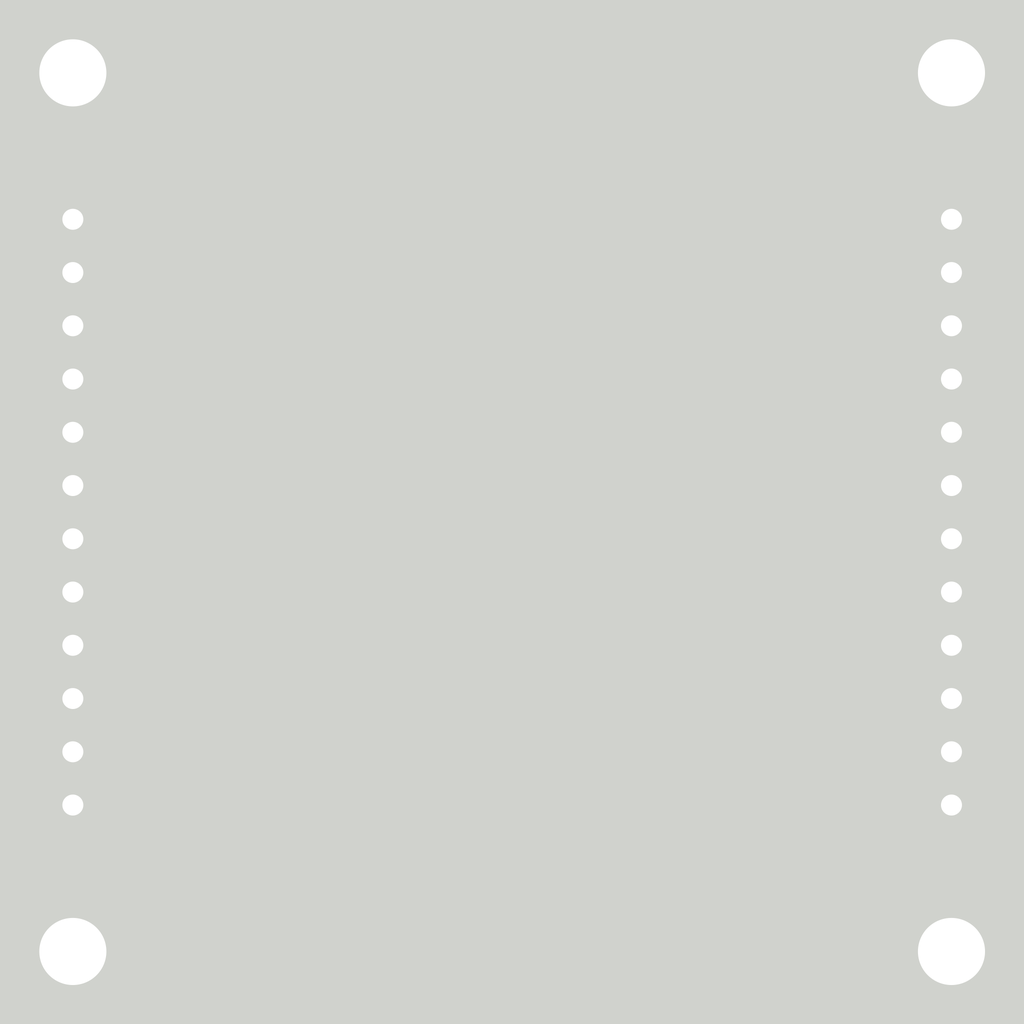
<source format=kicad_pcb>
(kicad_pcb (version 4) (host pcbnew 4.0.7+dfsg1-1~bpo9+1)

  (general
    (links 11)
    (no_connects 0)
    (area 0 0 0 0)
    (thickness 1.6)
    (drawings 1)
    (tracks 17)
    (zones 0)
    (modules 6)
    (nets 12)
  )

  (page A4)
  (layers
    (0 F.Cu signal)
    (31 B.Cu signal)
    (32 B.Adhes user)
    (33 F.Adhes user)
    (34 B.Paste user)
    (35 F.Paste user)
    (36 B.SilkS user)
    (37 F.SilkS user)
    (38 B.Mask user)
    (39 F.Mask user)
    (40 Dwgs.User user)
    (41 Cmts.User user)
    (42 Eco1.User user)
    (43 Eco2.User user)
    (44 Edge.Cuts user hide)
    (45 Margin user)
    (46 B.CrtYd user)
    (47 F.CrtYd user)
    (48 B.Fab user)
    (49 F.Fab user)
  )

  (setup
    (last_trace_width 0.25)
    (user_trace_width 0.5)
    (trace_clearance 0.2)
    (zone_clearance 0.508)
    (zone_45_only no)
    (trace_min 0.2)
    (segment_width 0.2)
    (edge_width 0.1)
    (via_size 0.6)
    (via_drill 0.4)
    (via_min_size 0.4)
    (via_min_drill 0.3)
    (uvia_size 0.3)
    (uvia_drill 0.1)
    (uvias_allowed no)
    (uvia_min_size 0.2)
    (uvia_min_drill 0.1)
    (pcb_text_width 0.3)
    (pcb_text_size 1.5 1.5)
    (mod_edge_width 0.15)
    (mod_text_size 1 1)
    (mod_text_width 0.15)
    (pad_size 1.5 1.5)
    (pad_drill 0.6)
    (pad_to_mask_clearance 0)
    (aux_axis_origin 0 0)
    (visible_elements FFFFFF7F)
    (pcbplotparams
      (layerselection 0x00030_80000001)
      (usegerberextensions false)
      (excludeedgelayer true)
      (linewidth 0.100000)
      (plotframeref false)
      (viasonmask false)
      (mode 1)
      (useauxorigin false)
      (hpglpennumber 1)
      (hpglpenspeed 20)
      (hpglpendiameter 15)
      (hpglpenoverlay 2)
      (psnegative false)
      (psa4output false)
      (plotreference true)
      (plotvalue true)
      (plotinvisibletext false)
      (padsonsilk false)
      (subtractmaskfromsilk false)
      (outputformat 1)
      (mirror false)
      (drillshape 1)
      (scaleselection 1)
      (outputdirectory ""))
  )

  (net 0 "")
  (net 1 /VIN)
  (net 2 /VCC)
  (net 3 /L0)
  (net 4 /L1)
  (net 5 /L2)
  (net 6 /L3)
  (net 7 /L4)
  (net 8 /L5)
  (net 9 /L6)
  (net 10 /L7)
  (net 11 /GND)

  (net_class Default "This is the default net class."
    (clearance 0.2)
    (trace_width 0.25)
    (via_dia 0.6)
    (via_drill 0.4)
    (uvia_dia 0.3)
    (uvia_drill 0.1)
    (add_net /GND)
    (add_net /L0)
    (add_net /L1)
    (add_net /L2)
    (add_net /L3)
    (add_net /L4)
    (add_net /L5)
    (add_net /L6)
    (add_net /L7)
    (add_net /VCC)
    (add_net /VIN)
  )

  (module Mounting_Holes:MountingHole_3.2mm_M3 (layer F.Cu) (tedit 5AC4CC02) (tstamp 5ACA4CBC)
    (at 128.27 86.36)
    (descr "Mounting Hole 3.2mm, no annular, M3")
    (tags "mounting hole 3.2mm no annular m3")
    (fp_text reference M3 (at 0 2.54) (layer F.Fab)
      (effects (font (size 1 1) (thickness 0.15)))
    )
    (fp_text value "" (at 0 4.2) (layer F.Fab) hide
      (effects (font (size 1 1) (thickness 0.15)))
    )
    (fp_circle (center 0 0) (end 3.2 0) (layer Cmts.User) (width 0.15))
    (fp_circle (center 0 0) (end 3.45 0) (layer F.CrtYd) (width 0.05))
    (pad 1 np_thru_hole circle (at 0 0) (size 3.2 3.2) (drill 3.2) (layers *.Cu *.Mask))
  )

  (module Mounting_Holes:MountingHole_3.2mm_M3 (layer F.Cu) (tedit 5AC4CC05) (tstamp 5ACA4CC9)
    (at 170.18 86.36)
    (descr "Mounting Hole 3.2mm, no annular, M3")
    (tags "mounting hole 3.2mm no annular m3")
    (fp_text reference M3 (at 0 2.54) (layer F.Fab)
      (effects (font (size 1 1) (thickness 0.15)))
    )
    (fp_text value "" (at 0 4.2) (layer F.Fab) hide
      (effects (font (size 1 1) (thickness 0.15)))
    )
    (fp_circle (center 0 0) (end 3.2 0) (layer Cmts.User) (width 0.15))
    (fp_circle (center 0 0) (end 3.45 0) (layer F.CrtYd) (width 0.05))
    (pad 1 np_thru_hole circle (at 0 0) (size 3.2 3.2) (drill 3.2) (layers *.Cu *.Mask))
  )

  (module Mounting_Holes:MountingHole_3.2mm_M3 (layer F.Cu) (tedit 5AC4CC09) (tstamp 5ACA4CD6)
    (at 170.18 128.27)
    (descr "Mounting Hole 3.2mm, no annular, M3")
    (tags "mounting hole 3.2mm no annular m3")
    (fp_text reference "" (at 0 -4.2) (layer F.SilkS) hide
      (effects (font (size 1 1) (thickness 0.15)))
    )
    (fp_text value M3 (at 0 -2.54) (layer F.Fab)
      (effects (font (size 1 1) (thickness 0.15)))
    )
    (fp_circle (center 0 0) (end 3.2 0) (layer Cmts.User) (width 0.15))
    (fp_circle (center 0 0) (end 3.45 0) (layer F.CrtYd) (width 0.05))
    (pad 1 np_thru_hole circle (at 0 0) (size 3.2 3.2) (drill 3.2) (layers *.Cu *.Mask))
  )

  (module Mounting_Holes:MountingHole_3.2mm_M3 (layer F.Cu) (tedit 5AC4CC0E) (tstamp 5ACA4CE3)
    (at 128.27 128.27)
    (descr "Mounting Hole 3.2mm, no annular, M3")
    (tags "mounting hole 3.2mm no annular m3")
    (fp_text reference "" (at 0 -4.2) (layer F.SilkS) hide
      (effects (font (size 1 1) (thickness 0.15)))
    )
    (fp_text value M3 (at 0 -2.54) (layer F.Fab)
      (effects (font (size 1 1) (thickness 0.15)))
    )
    (fp_circle (center 0 0) (end 3.2 0) (layer Cmts.User) (width 0.15))
    (fp_circle (center 0 0) (end 3.45 0) (layer F.CrtYd) (width 0.05))
    (pad 1 np_thru_hole circle (at 0 0) (size 3.2 3.2) (drill 3.2) (layers *.Cu *.Mask))
  )

  (module Pin_Headers:Pin_Header_Straight_1x12_Pitch2.54mm (layer F.Cu) (tedit 59650532) (tstamp 5AC3D654)
    (at 128.27 93.345)
    (descr "Through hole straight pin header, 1x12, 2.54mm pitch, single row")
    (tags "Through hole pin header THT 1x12 2.54mm single row")
    (path /5AC3D559)
    (fp_text reference I1 (at 0 -2.33) (layer F.SilkS)
      (effects (font (size 1 1) (thickness 0.15)))
    )
    (fp_text value Input (at 0 30.27) (layer F.Fab)
      (effects (font (size 1 1) (thickness 0.15)))
    )
    (fp_line (start -0.635 -1.27) (end 1.27 -1.27) (layer F.Fab) (width 0.1))
    (fp_line (start 1.27 -1.27) (end 1.27 29.21) (layer F.Fab) (width 0.1))
    (fp_line (start 1.27 29.21) (end -1.27 29.21) (layer F.Fab) (width 0.1))
    (fp_line (start -1.27 29.21) (end -1.27 -0.635) (layer F.Fab) (width 0.1))
    (fp_line (start -1.27 -0.635) (end -0.635 -1.27) (layer F.Fab) (width 0.1))
    (fp_line (start -1.33 29.27) (end 1.33 29.27) (layer F.SilkS) (width 0.12))
    (fp_line (start -1.33 1.27) (end -1.33 29.27) (layer F.SilkS) (width 0.12))
    (fp_line (start 1.33 1.27) (end 1.33 29.27) (layer F.SilkS) (width 0.12))
    (fp_line (start -1.33 1.27) (end 1.33 1.27) (layer F.SilkS) (width 0.12))
    (fp_line (start -1.33 0) (end -1.33 -1.33) (layer F.SilkS) (width 0.12))
    (fp_line (start -1.33 -1.33) (end 0 -1.33) (layer F.SilkS) (width 0.12))
    (fp_line (start -1.8 -1.8) (end -1.8 29.75) (layer F.CrtYd) (width 0.05))
    (fp_line (start -1.8 29.75) (end 1.8 29.75) (layer F.CrtYd) (width 0.05))
    (fp_line (start 1.8 29.75) (end 1.8 -1.8) (layer F.CrtYd) (width 0.05))
    (fp_line (start 1.8 -1.8) (end -1.8 -1.8) (layer F.CrtYd) (width 0.05))
    (fp_text user %R (at 0 13.97 90) (layer F.Fab)
      (effects (font (size 1 1) (thickness 0.15)))
    )
    (pad 1 thru_hole rect (at 0 0) (size 1.7 1.7) (drill 1) (layers *.Cu *.Mask)
      (net 1 /VIN))
    (pad 2 thru_hole oval (at 0 2.54) (size 1.7 1.7) (drill 1) (layers *.Cu *.Mask)
      (net 2 /VCC))
    (pad 3 thru_hole oval (at 0 5.08) (size 1.7 1.7) (drill 1) (layers *.Cu *.Mask)
      (net 11 /GND))
    (pad 4 thru_hole oval (at 0 7.62) (size 1.7 1.7) (drill 1) (layers *.Cu *.Mask))
    (pad 5 thru_hole oval (at 0 10.16) (size 1.7 1.7) (drill 1) (layers *.Cu *.Mask)
      (net 3 /L0))
    (pad 6 thru_hole oval (at 0 12.7) (size 1.7 1.7) (drill 1) (layers *.Cu *.Mask)
      (net 4 /L1))
    (pad 7 thru_hole oval (at 0 15.24) (size 1.7 1.7) (drill 1) (layers *.Cu *.Mask)
      (net 5 /L2))
    (pad 8 thru_hole oval (at 0 17.78) (size 1.7 1.7) (drill 1) (layers *.Cu *.Mask)
      (net 6 /L3))
    (pad 9 thru_hole oval (at 0 20.32) (size 1.7 1.7) (drill 1) (layers *.Cu *.Mask)
      (net 7 /L4))
    (pad 10 thru_hole oval (at 0 22.86) (size 1.7 1.7) (drill 1) (layers *.Cu *.Mask)
      (net 8 /L5))
    (pad 11 thru_hole oval (at 0 25.4) (size 1.7 1.7) (drill 1) (layers *.Cu *.Mask)
      (net 9 /L6))
    (pad 12 thru_hole oval (at 0 27.94) (size 1.7 1.7) (drill 1) (layers *.Cu *.Mask)
      (net 10 /L7))
    (model ${KISYS3DMOD}/Pin_Headers.3dshapes/Pin_Header_Straight_1x12_Pitch2.54mm.wrl
      (at (xyz 0 0 0))
      (scale (xyz 1 1 1))
      (rotate (xyz 0 0 0))
    )
  )

  (module Socket_Strips:Socket_Strip_Straight_1x12_Pitch2.54mm (layer F.Cu) (tedit 58CD5446) (tstamp 5AC3D673)
    (at 170.18 93.345)
    (descr "Through hole straight socket strip, 1x12, 2.54mm pitch, single row")
    (tags "Through hole socket strip THT 1x12 2.54mm single row")
    (path /5AC3D61D)
    (fp_text reference O1 (at 0 -2.33) (layer F.SilkS)
      (effects (font (size 1 1) (thickness 0.15)))
    )
    (fp_text value Output (at 0 30.27) (layer F.Fab)
      (effects (font (size 1 1) (thickness 0.15)))
    )
    (fp_line (start -1.27 -1.27) (end -1.27 29.21) (layer F.Fab) (width 0.1))
    (fp_line (start -1.27 29.21) (end 1.27 29.21) (layer F.Fab) (width 0.1))
    (fp_line (start 1.27 29.21) (end 1.27 -1.27) (layer F.Fab) (width 0.1))
    (fp_line (start 1.27 -1.27) (end -1.27 -1.27) (layer F.Fab) (width 0.1))
    (fp_line (start -1.33 1.27) (end -1.33 29.27) (layer F.SilkS) (width 0.12))
    (fp_line (start -1.33 29.27) (end 1.33 29.27) (layer F.SilkS) (width 0.12))
    (fp_line (start 1.33 29.27) (end 1.33 1.27) (layer F.SilkS) (width 0.12))
    (fp_line (start 1.33 1.27) (end -1.33 1.27) (layer F.SilkS) (width 0.12))
    (fp_line (start -1.33 0) (end -1.33 -1.33) (layer F.SilkS) (width 0.12))
    (fp_line (start -1.33 -1.33) (end 0 -1.33) (layer F.SilkS) (width 0.12))
    (fp_line (start -1.8 -1.8) (end -1.8 29.75) (layer F.CrtYd) (width 0.05))
    (fp_line (start -1.8 29.75) (end 1.8 29.75) (layer F.CrtYd) (width 0.05))
    (fp_line (start 1.8 29.75) (end 1.8 -1.8) (layer F.CrtYd) (width 0.05))
    (fp_line (start 1.8 -1.8) (end -1.8 -1.8) (layer F.CrtYd) (width 0.05))
    (fp_text user %R (at 0 -2.33) (layer F.Fab)
      (effects (font (size 1 1) (thickness 0.15)))
    )
    (pad 1 thru_hole rect (at 0 0) (size 1.7 1.7) (drill 1) (layers *.Cu *.Mask)
      (net 1 /VIN))
    (pad 2 thru_hole oval (at 0 2.54) (size 1.7 1.7) (drill 1) (layers *.Cu *.Mask)
      (net 2 /VCC))
    (pad 3 thru_hole oval (at 0 5.08) (size 1.7 1.7) (drill 1) (layers *.Cu *.Mask)
      (net 11 /GND))
    (pad 4 thru_hole oval (at 0 7.62) (size 1.7 1.7) (drill 1) (layers *.Cu *.Mask))
    (pad 5 thru_hole oval (at 0 10.16) (size 1.7 1.7) (drill 1) (layers *.Cu *.Mask)
      (net 3 /L0))
    (pad 6 thru_hole oval (at 0 12.7) (size 1.7 1.7) (drill 1) (layers *.Cu *.Mask)
      (net 4 /L1))
    (pad 7 thru_hole oval (at 0 15.24) (size 1.7 1.7) (drill 1) (layers *.Cu *.Mask)
      (net 5 /L2))
    (pad 8 thru_hole oval (at 0 17.78) (size 1.7 1.7) (drill 1) (layers *.Cu *.Mask)
      (net 6 /L3))
    (pad 9 thru_hole oval (at 0 20.32) (size 1.7 1.7) (drill 1) (layers *.Cu *.Mask)
      (net 7 /L4))
    (pad 10 thru_hole oval (at 0 22.86) (size 1.7 1.7) (drill 1) (layers *.Cu *.Mask)
      (net 8 /L5))
    (pad 11 thru_hole oval (at 0 25.4) (size 1.7 1.7) (drill 1) (layers *.Cu *.Mask)
      (net 9 /L6))
    (pad 12 thru_hole oval (at 0 27.94) (size 1.7 1.7) (drill 1) (layers *.Cu *.Mask)
      (net 10 /L7))
    (model ${KISYS3DMOD}/Socket_Strips.3dshapes/Socket_Strip_Straight_1x12_Pitch2.54mm.wrl
      (at (xyz 0 -0.55 0))
      (scale (xyz 1 1 1))
      (rotate (xyz 0 0 270))
    )
  )

  (gr_text "Module Name V1.0\nhttp://nickthecoder.co.uk" (at 133.35 127.635) (layer F.SilkS)
    (effects (font (size 1.5 1.5) (thickness 0.3)) (justify left))
  )

  (segment (start 161.29 84.455) (end 137.795 84.455) (width 0.5) (layer F.Cu) (net 1) (tstamp 5AC3D7BE))
  (segment (start 128.27 93.345) (end 128.905 93.345) (width 0.5) (layer F.Cu) (net 1))
  (segment (start 128.905 93.345) (end 137.795 84.455) (width 0.5) (layer F.Cu) (net 1) (tstamp 5AC3D7C0))
  (segment (start 170.18 93.345) (end 161.29 84.455) (width 0.5) (layer F.Cu) (net 1))
  (segment (start 139.7 85.725) (end 158.115 85.725) (width 0.5) (layer F.Cu) (net 2) (tstamp 5AC3D7B7))
  (segment (start 128.27 95.885) (end 129.54 95.885) (width 0.5) (layer F.Cu) (net 2))
  (segment (start 168.275 95.885) (end 170.18 95.885) (width 0.5) (layer F.Cu) (net 2) (tstamp 5AC3D7B9))
  (segment (start 158.115 85.725) (end 168.275 95.885) (width 0.5) (layer F.Cu) (net 2) (tstamp 5AC3D7B8))
  (segment (start 129.54 95.885) (end 139.7 85.725) (width 0.5) (layer F.Cu) (net 2) (tstamp 5AC3D7B6))
  (segment (start 128.27 103.505) (end 170.18 103.505) (width 0.25) (layer F.Cu) (net 3))
  (segment (start 128.27 106.045) (end 170.18 106.045) (width 0.25) (layer F.Cu) (net 4))
  (segment (start 170.18 108.585) (end 128.27 108.585) (width 0.25) (layer F.Cu) (net 5))
  (segment (start 128.27 111.125) (end 170.18 111.125) (width 0.25) (layer F.Cu) (net 6))
  (segment (start 170.18 113.665) (end 128.27 113.665) (width 0.25) (layer F.Cu) (net 7))
  (segment (start 128.27 116.205) (end 170.18 116.205) (width 0.25) (layer F.Cu) (net 8))
  (segment (start 170.18 118.745) (end 128.27 118.745) (width 0.25) (layer F.Cu) (net 9))
  (segment (start 128.27 121.285) (end 170.18 121.285) (width 0.25) (layer F.Cu) (net 10))

  (zone (net 0) (net_name "") (layer Edge.Cuts) (tstamp 5AC24303) (hatch edge 0.508)
    (connect_pads (clearance 0.508))
    (min_thickness 0.001)
    (fill yes (arc_segments 16) (thermal_gap 0.508) (thermal_bridge_width 0.508))
    (polygon
      (pts
        (xy 173.99 132.08) (xy 124.46 132.08) (xy 124.46 82.55) (xy 173.99 82.55)
      )
    )
    (filled_polygon
      (pts
        (xy 173.9895 132.0795) (xy 124.4605 132.0795) (xy 124.4605 82.5505) (xy 173.9895 82.5505)
      )
    )
  )
  (zone (net 11) (net_name /GND) (layer B.Cu) (tstamp 5AC245F7) (hatch edge 0.508)
    (connect_pads (clearance 0.508))
    (min_thickness 0.254)
    (fill yes (arc_segments 16) (thermal_gap 0.508) (thermal_bridge_width 0.508))
    (polygon
      (pts
        (xy 172.72 130.175) (xy 125.73 130.175) (xy 125.73 83.185) (xy 172.72 83.185)
      )
    )
    (filled_polygon
      (pts
        (xy 172.593 130.048) (xy 171.562423 130.048) (xy 172.073636 129.537679) (xy 172.414611 128.716519) (xy 172.415387 127.827381)
        (xy 172.075845 127.005628) (xy 171.447679 126.376364) (xy 170.626519 126.035389) (xy 169.737381 126.034613) (xy 168.915628 126.374155)
        (xy 168.286364 127.002321) (xy 167.945389 127.823481) (xy 167.944613 128.712619) (xy 168.284155 129.534372) (xy 168.796887 130.048)
        (xy 129.652423 130.048) (xy 130.163636 129.537679) (xy 130.504611 128.716519) (xy 130.505387 127.827381) (xy 130.165845 127.005628)
        (xy 129.537679 126.376364) (xy 128.716519 126.035389) (xy 127.827381 126.034613) (xy 127.005628 126.374155) (xy 126.376364 127.002321)
        (xy 126.035389 127.823481) (xy 126.034613 128.712619) (xy 126.374155 129.534372) (xy 126.886887 130.048) (xy 125.857 130.048)
        (xy 125.857 100.965) (xy 126.755907 100.965) (xy 126.868946 101.533285) (xy 127.190853 102.015054) (xy 127.520026 102.235)
        (xy 127.190853 102.454946) (xy 126.868946 102.936715) (xy 126.755907 103.505) (xy 126.868946 104.073285) (xy 127.190853 104.555054)
        (xy 127.520026 104.775) (xy 127.190853 104.994946) (xy 126.868946 105.476715) (xy 126.755907 106.045) (xy 126.868946 106.613285)
        (xy 127.190853 107.095054) (xy 127.520026 107.315) (xy 127.190853 107.534946) (xy 126.868946 108.016715) (xy 126.755907 108.585)
        (xy 126.868946 109.153285) (xy 127.190853 109.635054) (xy 127.520026 109.855) (xy 127.190853 110.074946) (xy 126.868946 110.556715)
        (xy 126.755907 111.125) (xy 126.868946 111.693285) (xy 127.190853 112.175054) (xy 127.520026 112.395) (xy 127.190853 112.614946)
        (xy 126.868946 113.096715) (xy 126.755907 113.665) (xy 126.868946 114.233285) (xy 127.190853 114.715054) (xy 127.520026 114.935)
        (xy 127.190853 115.154946) (xy 126.868946 115.636715) (xy 126.755907 116.205) (xy 126.868946 116.773285) (xy 127.190853 117.255054)
        (xy 127.520026 117.475) (xy 127.190853 117.694946) (xy 126.868946 118.176715) (xy 126.755907 118.745) (xy 126.868946 119.313285)
        (xy 127.190853 119.795054) (xy 127.520026 120.015) (xy 127.190853 120.234946) (xy 126.868946 120.716715) (xy 126.755907 121.285)
        (xy 126.868946 121.853285) (xy 127.190853 122.335054) (xy 127.672622 122.656961) (xy 128.240907 122.77) (xy 128.299093 122.77)
        (xy 128.867378 122.656961) (xy 129.349147 122.335054) (xy 129.671054 121.853285) (xy 129.784093 121.285) (xy 129.671054 120.716715)
        (xy 129.349147 120.234946) (xy 129.019974 120.015) (xy 129.349147 119.795054) (xy 129.671054 119.313285) (xy 129.784093 118.745)
        (xy 129.671054 118.176715) (xy 129.349147 117.694946) (xy 129.019974 117.475) (xy 129.349147 117.255054) (xy 129.671054 116.773285)
        (xy 129.784093 116.205) (xy 129.671054 115.636715) (xy 129.349147 115.154946) (xy 129.019974 114.935) (xy 129.349147 114.715054)
        (xy 129.671054 114.233285) (xy 129.784093 113.665) (xy 129.671054 113.096715) (xy 129.349147 112.614946) (xy 129.019974 112.395)
        (xy 129.349147 112.175054) (xy 129.671054 111.693285) (xy 129.784093 111.125) (xy 129.671054 110.556715) (xy 129.349147 110.074946)
        (xy 129.019974 109.855) (xy 129.349147 109.635054) (xy 129.671054 109.153285) (xy 129.784093 108.585) (xy 129.671054 108.016715)
        (xy 129.349147 107.534946) (xy 129.019974 107.315) (xy 129.349147 107.095054) (xy 129.671054 106.613285) (xy 129.784093 106.045)
        (xy 129.671054 105.476715) (xy 129.349147 104.994946) (xy 129.019974 104.775) (xy 129.349147 104.555054) (xy 129.671054 104.073285)
        (xy 129.784093 103.505) (xy 129.671054 102.936715) (xy 129.349147 102.454946) (xy 129.019974 102.235) (xy 129.349147 102.015054)
        (xy 129.671054 101.533285) (xy 129.784093 100.965) (xy 168.665907 100.965) (xy 168.778946 101.533285) (xy 169.100853 102.015054)
        (xy 169.430026 102.235) (xy 169.100853 102.454946) (xy 168.778946 102.936715) (xy 168.665907 103.505) (xy 168.778946 104.073285)
        (xy 169.100853 104.555054) (xy 169.430026 104.775) (xy 169.100853 104.994946) (xy 168.778946 105.476715) (xy 168.665907 106.045)
        (xy 168.778946 106.613285) (xy 169.100853 107.095054) (xy 169.430026 107.315) (xy 169.100853 107.534946) (xy 168.778946 108.016715)
        (xy 168.665907 108.585) (xy 168.778946 109.153285) (xy 169.100853 109.635054) (xy 169.430026 109.855) (xy 169.100853 110.074946)
        (xy 168.778946 110.556715) (xy 168.665907 111.125) (xy 168.778946 111.693285) (xy 169.100853 112.175054) (xy 169.430026 112.395)
        (xy 169.100853 112.614946) (xy 168.778946 113.096715) (xy 168.665907 113.665) (xy 168.778946 114.233285) (xy 169.100853 114.715054)
        (xy 169.430026 114.935) (xy 169.100853 115.154946) (xy 168.778946 115.636715) (xy 168.665907 116.205) (xy 168.778946 116.773285)
        (xy 169.100853 117.255054) (xy 169.430026 117.475) (xy 169.100853 117.694946) (xy 168.778946 118.176715) (xy 168.665907 118.745)
        (xy 168.778946 119.313285) (xy 169.100853 119.795054) (xy 169.430026 120.015) (xy 169.100853 120.234946) (xy 168.778946 120.716715)
        (xy 168.665907 121.285) (xy 168.778946 121.853285) (xy 169.100853 122.335054) (xy 169.582622 122.656961) (xy 170.150907 122.77)
        (xy 170.209093 122.77) (xy 170.777378 122.656961) (xy 171.259147 122.335054) (xy 171.581054 121.853285) (xy 171.694093 121.285)
        (xy 171.581054 120.716715) (xy 171.259147 120.234946) (xy 170.929974 120.015) (xy 171.259147 119.795054) (xy 171.581054 119.313285)
        (xy 171.694093 118.745) (xy 171.581054 118.176715) (xy 171.259147 117.694946) (xy 170.929974 117.475) (xy 171.259147 117.255054)
        (xy 171.581054 116.773285) (xy 171.694093 116.205) (xy 171.581054 115.636715) (xy 171.259147 115.154946) (xy 170.929974 114.935)
        (xy 171.259147 114.715054) (xy 171.581054 114.233285) (xy 171.694093 113.665) (xy 171.581054 113.096715) (xy 171.259147 112.614946)
        (xy 170.929974 112.395) (xy 171.259147 112.175054) (xy 171.581054 111.693285) (xy 171.694093 111.125) (xy 171.581054 110.556715)
        (xy 171.259147 110.074946) (xy 170.929974 109.855) (xy 171.259147 109.635054) (xy 171.581054 109.153285) (xy 171.694093 108.585)
        (xy 171.581054 108.016715) (xy 171.259147 107.534946) (xy 170.929974 107.315) (xy 171.259147 107.095054) (xy 171.581054 106.613285)
        (xy 171.694093 106.045) (xy 171.581054 105.476715) (xy 171.259147 104.994946) (xy 170.929974 104.775) (xy 171.259147 104.555054)
        (xy 171.581054 104.073285) (xy 171.694093 103.505) (xy 171.581054 102.936715) (xy 171.259147 102.454946) (xy 170.929974 102.235)
        (xy 171.259147 102.015054) (xy 171.581054 101.533285) (xy 171.694093 100.965) (xy 171.581054 100.396715) (xy 171.259147 99.914946)
        (xy 170.918447 99.687298) (xy 171.061358 99.620183) (xy 171.451645 99.191924) (xy 171.621476 98.78189) (xy 171.500155 98.552)
        (xy 170.307 98.552) (xy 170.307 98.572) (xy 170.053 98.572) (xy 170.053 98.552) (xy 168.859845 98.552)
        (xy 168.738524 98.78189) (xy 168.908355 99.191924) (xy 169.298642 99.620183) (xy 169.441553 99.687298) (xy 169.100853 99.914946)
        (xy 168.778946 100.396715) (xy 168.665907 100.965) (xy 129.784093 100.965) (xy 129.671054 100.396715) (xy 129.349147 99.914946)
        (xy 129.008447 99.687298) (xy 129.151358 99.620183) (xy 129.541645 99.191924) (xy 129.711476 98.78189) (xy 129.590155 98.552)
        (xy 128.397 98.552) (xy 128.397 98.572) (xy 128.143 98.572) (xy 128.143 98.552) (xy 126.949845 98.552)
        (xy 126.828524 98.78189) (xy 126.998355 99.191924) (xy 127.388642 99.620183) (xy 127.531553 99.687298) (xy 127.190853 99.914946)
        (xy 126.868946 100.396715) (xy 126.755907 100.965) (xy 125.857 100.965) (xy 125.857 95.885) (xy 126.755907 95.885)
        (xy 126.868946 96.453285) (xy 127.190853 96.935054) (xy 127.531553 97.162702) (xy 127.388642 97.229817) (xy 126.998355 97.658076)
        (xy 126.828524 98.06811) (xy 126.949845 98.298) (xy 128.143 98.298) (xy 128.143 98.278) (xy 128.397 98.278)
        (xy 128.397 98.298) (xy 129.590155 98.298) (xy 129.711476 98.06811) (xy 129.541645 97.658076) (xy 129.151358 97.229817)
        (xy 129.008447 97.162702) (xy 129.349147 96.935054) (xy 129.671054 96.453285) (xy 129.784093 95.885) (xy 168.665907 95.885)
        (xy 168.778946 96.453285) (xy 169.100853 96.935054) (xy 169.441553 97.162702) (xy 169.298642 97.229817) (xy 168.908355 97.658076)
        (xy 168.738524 98.06811) (xy 168.859845 98.298) (xy 170.053 98.298) (xy 170.053 98.278) (xy 170.307 98.278)
        (xy 170.307 98.298) (xy 171.500155 98.298) (xy 171.621476 98.06811) (xy 171.451645 97.658076) (xy 171.061358 97.229817)
        (xy 170.918447 97.162702) (xy 171.259147 96.935054) (xy 171.581054 96.453285) (xy 171.694093 95.885) (xy 171.581054 95.316715)
        (xy 171.259147 94.834946) (xy 171.217548 94.80715) (xy 171.265317 94.798162) (xy 171.481441 94.65909) (xy 171.626431 94.44689)
        (xy 171.67744 94.195) (xy 171.67744 92.495) (xy 171.633162 92.259683) (xy 171.49409 92.043559) (xy 171.28189 91.898569)
        (xy 171.03 91.84756) (xy 169.33 91.84756) (xy 169.094683 91.891838) (xy 168.878559 92.03091) (xy 168.733569 92.24311)
        (xy 168.68256 92.495) (xy 168.68256 94.195) (xy 168.726838 94.430317) (xy 168.86591 94.646441) (xy 169.07811 94.791431)
        (xy 169.145541 94.805086) (xy 169.100853 94.834946) (xy 168.778946 95.316715) (xy 168.665907 95.885) (xy 129.784093 95.885)
        (xy 129.671054 95.316715) (xy 129.349147 94.834946) (xy 129.307548 94.80715) (xy 129.355317 94.798162) (xy 129.571441 94.65909)
        (xy 129.716431 94.44689) (xy 129.76744 94.195) (xy 129.76744 92.495) (xy 129.723162 92.259683) (xy 129.58409 92.043559)
        (xy 129.37189 91.898569) (xy 129.12 91.84756) (xy 127.42 91.84756) (xy 127.184683 91.891838) (xy 126.968559 92.03091)
        (xy 126.823569 92.24311) (xy 126.77256 92.495) (xy 126.77256 94.195) (xy 126.816838 94.430317) (xy 126.95591 94.646441)
        (xy 127.16811 94.791431) (xy 127.235541 94.805086) (xy 127.190853 94.834946) (xy 126.868946 95.316715) (xy 126.755907 95.885)
        (xy 125.857 95.885) (xy 125.857 86.802619) (xy 126.034613 86.802619) (xy 126.374155 87.624372) (xy 127.002321 88.253636)
        (xy 127.823481 88.594611) (xy 128.712619 88.595387) (xy 129.534372 88.255845) (xy 130.163636 87.627679) (xy 130.504611 86.806519)
        (xy 130.504614 86.802619) (xy 167.944613 86.802619) (xy 168.284155 87.624372) (xy 168.912321 88.253636) (xy 169.733481 88.594611)
        (xy 170.622619 88.595387) (xy 171.444372 88.255845) (xy 172.073636 87.627679) (xy 172.414611 86.806519) (xy 172.415387 85.917381)
        (xy 172.075845 85.095628) (xy 171.447679 84.466364) (xy 170.626519 84.125389) (xy 169.737381 84.124613) (xy 168.915628 84.464155)
        (xy 168.286364 85.092321) (xy 167.945389 85.913481) (xy 167.944613 86.802619) (xy 130.504614 86.802619) (xy 130.505387 85.917381)
        (xy 130.165845 85.095628) (xy 129.537679 84.466364) (xy 128.716519 84.125389) (xy 127.827381 84.124613) (xy 127.005628 84.464155)
        (xy 126.376364 85.092321) (xy 126.035389 85.913481) (xy 126.034613 86.802619) (xy 125.857 86.802619) (xy 125.857 83.312)
        (xy 172.593 83.312)
      )
    )
  )
)

</source>
